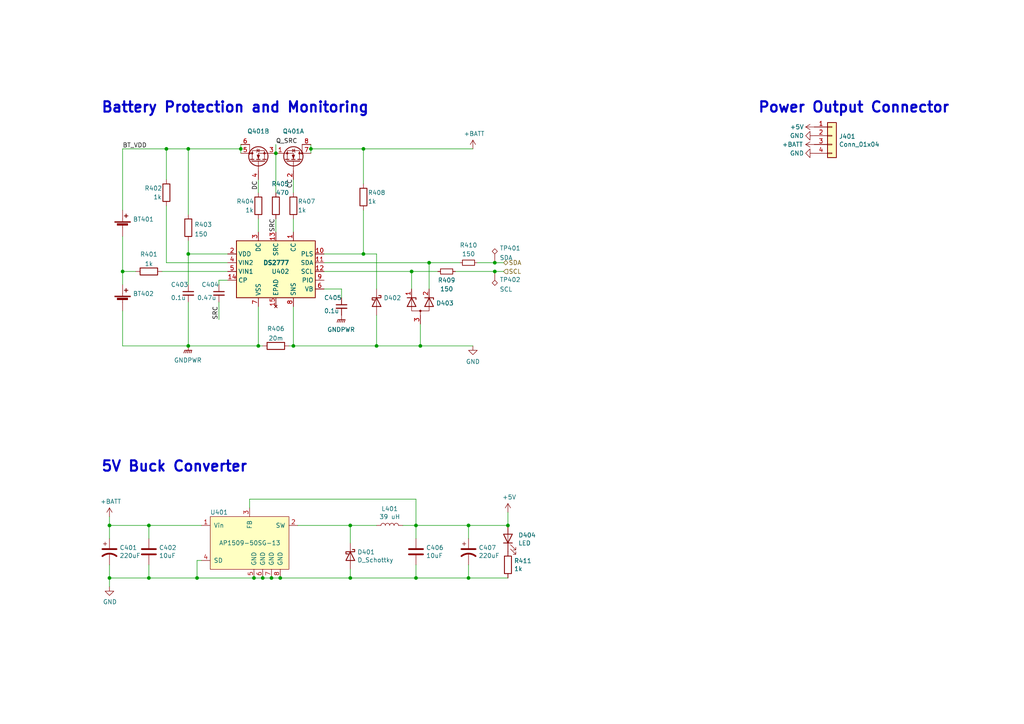
<source format=kicad_sch>
(kicad_sch (version 20211123) (generator eeschema)
  (paper "A4")
  (title_block (title "Atlas Power Board") (date "2022-01-12") (rev "0.2") (comment 4 "Manpreet Singh"))
  (lib_symbols
    (symbol "Connector:TestPoint_Alt" (pin_numbers hide) (pin_names (offset 0.762) hide)
      (property "Reference" "TP" (at 0 6.858 0))
      (property "Value" "TestPoint_Alt" (at 0 5.08 0))
      (symbol "TestPoint_Alt_0_1"
        (polyline (pts (xy 0 2.54) (xy -0.762 3.302) (xy 0 4.064) (xy 0.762 3.302) (xy 0 2.54)))
      )
      (symbol "TestPoint_Alt_1_1"
        (pin passive line (at 0 0 90) (length 2.54) (name "1") (number "1"))
      )
    )
    (symbol "Connector_Generic:Conn_01x04" (pin_names (offset 1.016) hide)
      (property "Reference" "J" (at 0 5.08 0))
      (property "Value" "Conn_01x04" (at 0 -7.62 0))
      (symbol "Conn_01x04_1_1"
        (rectangle (start -1.27 -4.953) (end 0 -5.207) (stroke (width 0.1524)))
        (rectangle (start -1.27 -2.413) (end 0 -2.667) (stroke (width 0.1524)))
        (rectangle (start -1.27 0.127) (end 0 -0.127) (stroke (width 0.1524)))
        (rectangle (start -1.27 2.667) (end 0 2.413) (stroke (width 0.1524)))
        (rectangle (start -1.27 3.81) (end 1.27 -6.35) (stroke (width 0.254)) (fill (type background)))
        (pin passive line (at -5.08 2.54 0) (length 3.81) (name "Pin_1") (number "1"))
        (pin passive line (at -5.08 0 0) (length 3.81) (name "Pin_2") (number "2"))
        (pin passive line (at -5.08 -2.54 0) (length 3.81) (name "Pin_3") (number "3"))
        (pin passive line (at -5.08 -5.08 0) (length 3.81) (name "Pin_4") (number "4"))
      )
    )
    (symbol "Device:Battery_Cell" (pin_numbers hide) (pin_names (offset 0) hide)
      (property "Reference" "BT" (at 2.54 2.54 0))
      (property "Value" "Battery_Cell" (at 2.54 0 0))
      (symbol "Battery_Cell_0_1"
        (rectangle (start -2.286 1.778) (end 2.286 1.524) (fill (type outline)))
        (rectangle (start -1.5748 1.1938) (end 1.4732 0.6858) (fill (type outline)))
        (polyline (pts (xy 0 0.762) (xy 0 0)))
        (polyline (pts (xy 0 1.778) (xy 0 2.54)))
        (polyline (pts (xy 0.508 3.429) (xy 1.524 3.429)) (stroke (width 0.254)))
        (polyline (pts (xy 1.016 3.937) (xy 1.016 2.921)) (stroke (width 0.254)))
      )
      (symbol "Battery_Cell_1_1"
        (pin passive line (at 0 5.08 270) (length 2.54) (name "+") (number "1"))
        (pin passive line (at 0 -2.54 90) (length 2.54) (name "-") (number "2"))
      )
    )
    (symbol "Device:C" (pin_numbers hide) (pin_names (offset 0.254))
      (property "Reference" "C" (at 0.635 2.54 0))
      (property "Value" "C" (at 0.635 -2.54 0))
      (symbol "C_0_1"
        (polyline (pts (xy -2.032 -0.762) (xy 2.032 -0.762)) (stroke (width 0.508)))
        (polyline (pts (xy -2.032 0.762) (xy 2.032 0.762)) (stroke (width 0.508)))
      )
      (symbol "C_1_1"
        (pin passive line (at 0 3.81 270) (length 2.794) (name "~") (number "1"))
        (pin passive line (at 0 -3.81 90) (length 2.794) (name "~") (number "2"))
      )
    )
    (symbol "Device:CP1" (pin_numbers hide) (pin_names (offset 0.254) hide)
      (property "Reference" "C" (at 0.635 2.54 0))
      (property "Value" "Device_CP1" (at 0.635 -2.54 0))
      (symbol "CP1_0_1"
        (polyline (pts (xy -2.032 0.762) (xy 2.032 0.762)) (stroke (width 0.508)))
        (polyline (pts (xy -1.778 2.286) (xy -0.762 2.286)))
        (polyline (pts (xy -1.27 1.778) (xy -1.27 2.794)))
        (arc (start 2.032 -1.27) (mid 0 -0.5572) (end -2.032 -1.27) (stroke (width 0.508)))
      )
      (symbol "CP1_1_1"
        (pin passive line (at 0 3.81 270) (length 2.794) (name "~") (number "1"))
        (pin passive line (at 0 -3.81 90) (length 3.302) (name "~") (number "2"))
      )
    )
    (symbol "Device:C_Small" (pin_numbers hide) (pin_names (offset 0.254) hide)
      (property "Reference" "C" (at 0.254 1.778 0))
      (property "Value" "C_Small" (at 0.254 -2.032 0))
      (symbol "C_Small_0_1"
        (polyline (pts (xy -1.524 -0.508) (xy 1.524 -0.508)) (stroke (width 0.3302)))
        (polyline (pts (xy -1.524 0.508) (xy 1.524 0.508)) (stroke (width 0.3048)))
      )
      (symbol "C_Small_1_1"
        (pin passive line (at 0 2.54 270) (length 2.032) (name "~") (number "1"))
        (pin passive line (at 0 -2.54 90) (length 2.032) (name "~") (number "2"))
      )
    )
    (symbol "Device:D_Schottky" (pin_numbers hide) (pin_names (offset 1.016) hide)
      (property "Reference" "D" (at 0 2.54 0))
      (property "Value" "D_Schottky" (at 0 -2.54 0))
      (symbol "D_Schottky_0_1"
        (polyline (pts (xy 1.27 0) (xy -1.27 0)))
        (polyline (pts (xy 1.27 1.27) (xy 1.27 -1.27) (xy -1.27 0) (xy 1.27 1.27)) (stroke (width 0.254)))
        (polyline (pts (xy -1.905 0.635) (xy -1.905 1.27) (xy -1.27 1.27) (xy -1.27 -1.27) (xy -0.635 -1.27) (xy -0.635 -0.635)) (stroke (width 0.254)))
      )
      (symbol "D_Schottky_1_1"
        (pin passive line (at -3.81 0 0) (length 2.54) (name "K") (number "1"))
        (pin passive line (at 3.81 0 180) (length 2.54) (name "A") (number "2"))
      )
    )
    (symbol "Device:D_Zener_Dual_CommonAnode_KKA_Parallel" (pin_names (offset 0.762) hide)
      (property "Reference" "D" (at 0 5.08 0))
      (property "Value" "D_Zener_Dual_CommonAnode_KKA_Parallel" (at 0 -5.08 0))
      (symbol "D_Zener_Dual_CommonAnode_KKA_Parallel_0_0"
        (polyline (pts (xy 2.032 1.27) (xy 2.54 1.27) (xy 2.54 3.81)) (stroke (width 0.254)))
        (polyline (pts (xy 2.54 -1.27) (xy 2.54 -3.81) (xy 2.032 -3.81)) (stroke (width 0.254)))
      )
      (symbol "D_Zener_Dual_CommonAnode_KKA_Parallel_0_1"
        (circle (center -1.27 0) (radius 0.254) (fill (type outline)))
        (polyline (pts (xy -1.27 0) (xy -2.54 0)))
        (polyline (pts (xy 2.54 2.54) (xy -1.27 2.54) (xy -1.27 -2.54) (xy 2.54 -2.54)))
        (polyline (pts (xy 0 -1.27) (xy 2.54 -2.54) (xy 0 -3.81) (xy 0 -1.27) (xy 0 -1.27) (xy 0 -1.27)) (stroke (width 0.254)))
        (polyline (pts (xy 0 3.81) (xy 2.54 2.54) (xy 0 1.27) (xy 0 3.81) (xy 0 3.81) (xy 0 3.81)) (stroke (width 0.254)))
        (pin passive line (at 5.08 2.54 180) (length 2.54) (name "K") (number "1"))
        (pin passive line (at 5.08 -2.54 180) (length 2.54) (name "K") (number "2"))
        (pin passive line (at -5.08 0 0) (length 2.54) (name "A") (number "3"))
      )
    )
    (symbol "Device:L" (pin_numbers hide) (pin_names (offset 1.016) hide)
      (property "Reference" "L" (at -1.27 0 90))
      (property "Value" "L" (at 1.905 0 90))
      (symbol "L_0_1"
        (arc (start 0 -2.54) (mid 0.635 -1.905) (end 0 -1.27))
        (arc (start 0 -1.27) (mid 0.635 -0.635) (end 0 0))
        (arc (start 0 0) (mid 0.635 0.635) (end 0 1.27))
        (arc (start 0 1.27) (mid 0.635 1.905) (end 0 2.54))
      )
      (symbol "L_1_1"
        (pin passive line (at 0 3.81 270) (length 1.27) (name "1") (number "1"))
        (pin passive line (at 0 -3.81 90) (length 1.27) (name "2") (number "2"))
      )
    )
    (symbol "Device:LED" (pin_numbers hide) (pin_names (offset 1.016) hide)
      (property "Reference" "D" (at 0 2.54 0))
      (property "Value" "LED" (at 0 -2.54 0))
      (symbol "LED_0_1"
        (polyline (pts (xy -1.27 -1.27) (xy -1.27 1.27)) (stroke (width 0.254)))
        (polyline (pts (xy -1.27 0) (xy 1.27 0)))
        (polyline (pts (xy 1.27 -1.27) (xy 1.27 1.27) (xy -1.27 0) (xy 1.27 -1.27)) (stroke (width 0.254)))
        (polyline (pts (xy -3.048 -0.762) (xy -4.572 -2.286) (xy -3.81 -2.286) (xy -4.572 -2.286) (xy -4.572 -1.524)))
        (polyline (pts (xy -1.778 -0.762) (xy -3.302 -2.286) (xy -2.54 -2.286) (xy -3.302 -2.286) (xy -3.302 -1.524)))
      )
      (symbol "LED_1_1"
        (pin passive line (at -3.81 0 0) (length 2.54) (name "K") (number "1"))
        (pin passive line (at 3.81 0 180) (length 2.54) (name "A") (number "2"))
      )
    )
    (symbol "Device:Q_Dual_NMOS_S1G1S2G2D2D2D1D1" (pin_names (offset 0) hide)
      (property "Reference" "Q" (at 5.08 1.27 0))
      (property "Value" "Q_Dual_NMOS_S1G1S2G2D2D2D1D1" (at 5.08 -1.27 0))
      (symbol "Q_Dual_NMOS_S1G1S2G2D2D2D1D1_0_1"
        (polyline (pts (xy 0.254 0) (xy -2.54 0)))
        (polyline (pts (xy 0.254 1.905) (xy 0.254 -1.905)) (stroke (width 0.254)))
        (polyline (pts (xy 0.762 -1.27) (xy 0.762 -2.286)) (stroke (width 0.254)))
        (polyline (pts (xy 0.762 0.508) (xy 0.762 -0.508)) (stroke (width 0.254)))
        (polyline (pts (xy 0.762 2.286) (xy 0.762 1.27)) (stroke (width 0.254)))
        (polyline (pts (xy 2.54 2.54) (xy 2.54 1.778)))
        (polyline (pts (xy 5.08 2.54) (xy 2.54 2.54)))
        (polyline (pts (xy 2.54 -2.54) (xy 2.54 0) (xy 0.762 0)))
        (polyline (pts (xy 0.762 -1.778) (xy 3.302 -1.778) (xy 3.302 1.778) (xy 0.762 1.778)))
        (polyline (pts (xy 1.016 0) (xy 2.032 0.381) (xy 2.032 -0.381) (xy 1.016 0)) (fill (type outline)))
        (polyline (pts (xy 2.794 0.508) (xy 2.921 0.381) (xy 3.683 0.381) (xy 3.81 0.254)))
        (polyline (pts (xy 3.302 0.381) (xy 2.921 -0.254) (xy 3.683 -0.254) (xy 3.302 0.381)))
        (circle (center 1.651 0) (radius 2.794) (stroke (width 0.254)))
        (circle (center 2.54 -1.778) (radius 0.254) (fill (type outline)))
        (circle (center 2.54 1.778) (radius 0.254) (fill (type outline)))
        (circle (center 2.54 2.54) (radius 0.254) (fill (type outline)))
      )
      (symbol "Q_Dual_NMOS_S1G1S2G2D2D2D1D1_1_1"
        (pin passive line (at 2.54 -5.08 90) (length 2.54) (name "S") (number "1"))
        (pin input line (at -5.08 0 0) (length 2.54) (name "G") (number "2"))
        (pin passive line (at 2.54 5.08 270) (length 2.54) (name "D") (number "7"))
        (pin passive line (at 5.08 5.08 270) (length 2.54) (name "D") (number "8"))
      )
      (symbol "Q_Dual_NMOS_S1G1S2G2D2D2D1D1_2_1"
        (pin passive line (at 2.54 -5.08 90) (length 2.54) (name "S") (number "3"))
        (pin input line (at -5.08 0 0) (length 2.54) (name "G") (number "4"))
        (pin passive line (at 2.54 5.08 270) (length 2.54) (name "D") (number "5"))
        (pin passive line (at 5.08 5.08 270) (length 2.54) (name "D") (number "6"))
      )
    )
    (symbol "Device:R" (pin_numbers hide) (pin_names (offset 0))
      (property "Reference" "R" (at 2.032 0 90))
      (property "Value" "R" (at 0 0 90))
      (symbol "R_0_1"
        (rectangle (start -1.016 -2.54) (end 1.016 2.54) (stroke (width 0.254)))
      )
      (symbol "R_1_1"
        (pin passive line (at 0 3.81 270) (length 1.27) (name "~") (number "1"))
        (pin passive line (at 0 -3.81 90) (length 1.27) (name "~") (number "2"))
      )
    )
    (symbol "Device:R_Small" (pin_numbers hide) (pin_names (offset 0.254) hide)
      (property "Reference" "R" (at 0.762 0.508 0))
      (property "Value" "R_Small" (at 0.762 -1.016 0))
      (symbol "R_Small_0_1"
        (rectangle (start -0.762 1.778) (end 0.762 -1.778) (stroke (width 0.2032)))
      )
      (symbol "R_Small_1_1"
        (pin passive line (at 0 2.54 270) (length 0.762) (name "~") (number "1"))
        (pin passive line (at 0 -2.54 90) (length 0.762) (name "~") (number "2"))
      )
    )
    (symbol "SamacSys_Parts:AP1509" (pin_names (offset 1.016))
      (property "Reference" "U" (at 4.826 8.636 0))
      (property "Value" "AP1509" (at -7.366 -9.398 0))
      (symbol "AP1509_0_1"
        (rectangle (start -12.7 7.62) (end 10.16 -7.62) (fill (type background)))
      )
      (symbol "AP1509_1_1"
        (pin input line (at -15.24 5.08 0) (length 2.54) (name "Vin") (number "1"))
        (pin output line (at 12.7 5.08 180) (length 2.54) (name "SW") (number "2"))
        (pin input line (at -1.27 10.16 270) (length 2.54) (name "FB") (number "3"))
        (pin input line (at -15.24 -5.08 0) (length 2.54) (name "SD") (number "4"))
        (pin input line (at 0 -10.16 90) (length 2.54) (name "GND") (number "5"))
        (pin input line (at 2.54 -10.16 90) (length 2.54) (name "GND") (number "6"))
        (pin input line (at 5.08 -10.16 90) (length 2.54) (name "GND") (number "7"))
        (pin input line (at 7.62 -10.16 90) (length 2.54) (name "GND") (number "8"))
      )
    )
    (symbol "SamacSys_Parts:DS2777"
      (property "Reference" "U" (at 0 -3.81 0))
      (property "Value" "DS2777" (at 0 -1.27 0))
      (symbol "DS2777_0_1"
        (rectangle (start -11.43 6.35) (end 11.43 -10.16) (stroke (width 0.254)) (fill (type background)))
      )
      (symbol "DS2777_1_1"
        (pin output line (at 5.08 8.89 270) (length 2.54) (name "CC") (number "1"))
        (pin output line (at 13.97 2.54 180) (length 2.54) (name "PLS") (number "10"))
        (pin bidirectional line (at 13.97 0 180) (length 2.54) (name "SDA") (number "11"))
        (pin input line (at 13.97 -2.54 180) (length 2.54) (name "SCL") (number "12"))
        (pin input line (at 0 8.89 270) (length 2.54) (name "SRC") (number "13"))
        (pin input line (at -13.97 -5.08 0) (length 2.54) (name "CP") (number "14"))
        (pin no_connect line (at 0 -12.7 90) (length 2.54) (name "EPAD") (number "15"))
        (pin input line (at -13.97 2.54 0) (length 2.54) (name "VDD") (number "2"))
        (pin output line (at -5.08 8.89 270) (length 2.54) (name "DC") (number "3"))
        (pin input line (at -13.97 0 0) (length 2.54) (name "VIN2") (number "4"))
        (pin input line (at -13.97 -2.54 0) (length 2.54) (name "VIN1") (number "5"))
        (pin input line (at 13.97 -7.62 180) (length 2.54) (name "VB") (number "6"))
        (pin output line (at -5.08 -12.7 90) (length 2.54) (name "VSS") (number "7"))
        (pin output line (at 5.08 -12.7 90) (length 2.54) (name "SNS") (number "8"))
        (pin bidirectional line (at 13.97 -5.08 180) (length 2.54) (name "PIO") (number "9"))
      )
    )
    (symbol "power:+5V" (power) (pin_names (offset 0))
      (property "Value" "+5V" (at 0 3.556 0))
      (symbol "+5V_0_1"
        (polyline (pts (xy -0.762 1.27) (xy 0 2.54)))
        (polyline (pts (xy 0 0) (xy 0 2.54)))
        (polyline (pts (xy 0 2.54) (xy 0.762 1.27)))
      )
      (symbol "+5V_1_1"
        (pin power_in line (at 0 0 90) (length 0) hide (name "+5V") (number "1"))
      )
    )
    (symbol "power:+BATT" (power) (pin_names (offset 0))
      (property "Value" "+BATT" (at 0 3.556 0))
      (symbol "+BATT_0_1"
        (polyline (pts (xy -0.762 1.27) (xy 0 2.54)))
        (polyline (pts (xy 0 0) (xy 0 2.54)))
        (polyline (pts (xy 0 2.54) (xy 0.762 1.27)))
      )
      (symbol "+BATT_1_1"
        (pin power_in line (at 0 0 90) (length 0) hide (name "+BATT") (number "1"))
      )
    )
    (symbol "power:GND" (power) (pin_names (offset 0))
      (property "Value" "GND" (at 0 -3.81 0))
      (symbol "GND_0_1"
        (polyline (pts (xy 0 0) (xy 0 -1.27) (xy 1.27 -1.27) (xy 0 -2.54) (xy -1.27 -1.27) (xy 0 -1.27)))
      )
      (symbol "GND_1_1"
        (pin power_in line (at 0 0 270) (length 0) hide (name "GND") (number "1"))
      )
    )
    (symbol "power:GNDPWR" (power) (pin_names (offset 0))
      (property "Value" "GNDPWR" (at 0 -3.302 0))
      (symbol "GNDPWR_0_1"
        (polyline (pts (xy 0 -1.27) (xy 0 0)))
        (polyline (pts (xy -1.016 -1.27) (xy -1.27 -2.032) (xy -1.27 -2.032)) (stroke (width 0.2032)))
        (polyline (pts (xy -0.508 -1.27) (xy -0.762 -2.032) (xy -0.762 -2.032)) (stroke (width 0.2032)))
        (polyline (pts (xy 0 -1.27) (xy -0.254 -2.032) (xy -0.254 -2.032)) (stroke (width 0.2032)))
        (polyline (pts (xy 0.508 -1.27) (xy 0.254 -2.032) (xy 0.254 -2.032)) (stroke (width 0.2032)))
        (polyline (pts (xy 1.016 -1.27) (xy -1.016 -1.27) (xy -1.016 -1.27)) (stroke (width 0.2032)))
        (polyline (pts (xy 1.016 -1.27) (xy 0.762 -2.032) (xy 0.762 -2.032) (xy 0.762 -2.032)) (stroke (width 0.2032)))
      )
      (symbol "GNDPWR_1_1"
        (pin power_in line (at 0 0 270) (length 0) hide (name "GNDPWR") (number "1"))
      )
    )
  )
  (junction (at 54.61 100.33))
  (junction (at 121.92 100.33))
  (junction (at 120.65 167.64))
  (junction (at 78.74 167.64))
  (junction (at 48.26 43.18))
  (junction (at 43.18 152.4))
  (junction (at 135.89 167.64))
  (junction (at 105.41 73.66))
  (junction (at 31.75 167.64))
  (junction (at 69.85 43.18))
  (junction (at 120.65 152.4))
  (junction (at 35.56 78.74))
  (junction (at 54.61 43.18))
  (junction (at 135.89 152.4))
  (junction (at 31.75 152.4))
  (junction (at 80.01 44.45))
  (junction (at 143.51 76.2))
  (junction (at 43.18 167.64))
  (junction (at 81.28 167.64))
  (junction (at 147.32 152.4))
  (junction (at 101.6 167.64))
  (junction (at 109.22 100.33))
  (junction (at 54.61 73.66))
  (junction (at 73.66 167.64))
  (junction (at 105.41 43.18))
  (junction (at 76.2 167.64))
  (junction (at 124.46 76.2))
  (junction (at 90.17 43.18))
  (junction (at 57.15 167.64))
  (junction (at 119.38 78.74))
  (junction (at 101.6 152.4))
  (junction (at 143.51 78.74))
  (junction (at 74.93 100.33))
  (junction (at 85.09 100.33))
  (wire (pts (xy 135.89 167.64) (xy 147.32 167.64)))
  (wire (pts (xy 35.56 43.18) (xy 35.56 60.96)))
  (wire (pts (xy 109.22 73.66) (xy 109.22 83.82)))
  (wire (pts (xy 31.75 170.18) (xy 31.75 167.64)))
  (wire (pts (xy 83.82 100.33) (xy 85.09 100.33)))
  (wire (pts (xy 43.18 167.64) (xy 57.15 167.64)))
  (wire (pts (xy 31.75 149.86) (xy 31.75 152.4)))
  (wire (pts (xy 48.26 43.18) (xy 35.56 43.18)))
  (wire (pts (xy 101.6 167.64) (xy 101.6 165.1)))
  (wire (pts (xy 147.32 152.4) (xy 147.32 148.59)))
  (wire (pts (xy 119.38 83.82) (xy 119.38 78.74)))
  (wire (pts (xy 119.38 78.74) (xy 127 78.74)))
  (wire (pts (xy 43.18 152.4) (xy 31.75 152.4)))
  (wire (pts (xy 80.01 44.45) (xy 80.01 55.88)))
  (wire (pts (xy 101.6 152.4) (xy 109.22 152.4)))
  (wire (pts (xy 46.99 78.74) (xy 66.04 78.74)))
  (wire (pts (xy 120.65 156.21) (xy 120.65 152.4)))
  (wire (pts (xy 109.22 91.44) (xy 109.22 100.33)))
  (wire (pts (xy 90.17 43.18) (xy 90.17 44.45)))
  (wire (pts (xy 85.09 100.33) (xy 109.22 100.33)))
  (wire (pts (xy 31.75 167.64) (xy 43.18 167.64)))
  (wire (pts (xy 54.61 100.33) (xy 74.93 100.33)))
  (wire (pts (xy 48.26 43.18) (xy 48.26 52.07)))
  (wire (pts (xy 80.01 41.91) (xy 80.01 44.45)))
  (wire (pts (xy 124.46 76.2) (xy 124.46 83.82)))
  (wire (pts (xy 143.51 78.74) (xy 146.05 78.74)))
  (wire (pts (xy 69.85 41.91) (xy 69.85 43.18)))
  (wire (pts (xy 105.41 73.66) (xy 93.98 73.66)))
  (wire (pts (xy 135.89 156.21) (xy 135.89 152.4)))
  (wire (pts (xy 66.04 81.28) (xy 63.5 81.28)))
  (wire (pts (xy 54.61 73.66) (xy 54.61 69.85)))
  (wire (pts (xy 74.93 52.07) (xy 74.93 55.88)))
  (wire (pts (xy 43.18 152.4) (xy 58.42 152.4)))
  (wire (pts (xy 105.41 73.66) (xy 109.22 73.66)))
  (wire (pts (xy 43.18 156.21) (xy 43.18 152.4)))
  (wire (pts (xy 101.6 152.4) (xy 101.6 157.48)))
  (wire (pts (xy 85.09 63.5) (xy 85.09 67.31)))
  (wire (pts (xy 116.84 152.4) (xy 120.65 152.4)))
  (wire (pts (xy 69.85 43.18) (xy 54.61 43.18)))
  (wire (pts (xy 54.61 73.66) (xy 54.61 82.55)))
  (wire (pts (xy 90.17 43.18) (xy 105.41 43.18)))
  (wire (pts (xy 43.18 163.83) (xy 43.18 167.64)))
  (wire (pts (xy 72.39 147.32) (xy 72.39 144.78)))
  (wire (pts (xy 143.51 76.2) (xy 146.05 76.2)))
  (wire (pts (xy 74.93 63.5) (xy 74.93 67.31)))
  (wire (pts (xy 132.08 78.74) (xy 143.51 78.74)))
  (wire (pts (xy 63.5 87.63) (xy 63.5 92.71)))
  (wire (pts (xy 85.09 52.07) (xy 85.09 55.88)))
  (wire (pts (xy 93.98 76.2) (xy 124.46 76.2)))
  (wire (pts (xy 74.93 100.33) (xy 76.2 100.33)))
  (wire (pts (xy 54.61 73.66) (xy 66.04 73.66)))
  (wire (pts (xy 109.22 100.33) (xy 121.92 100.33)))
  (wire (pts (xy 35.56 78.74) (xy 35.56 82.55)))
  (wire (pts (xy 81.28 167.64) (xy 78.74 167.64)))
  (wire (pts (xy 63.5 81.28) (xy 63.5 82.55)))
  (wire (pts (xy 93.98 78.74) (xy 119.38 78.74)))
  (wire (pts (xy 48.26 59.69) (xy 48.26 76.2)))
  (wire (pts (xy 120.65 163.83) (xy 120.65 167.64)))
  (wire (pts (xy 35.56 78.74) (xy 39.37 78.74)))
  (wire (pts (xy 105.41 60.96) (xy 105.41 73.66)))
  (wire (pts (xy 85.09 88.9) (xy 85.09 100.33)))
  (wire (pts (xy 81.28 167.64) (xy 101.6 167.64)))
  (wire (pts (xy 35.56 100.33) (xy 54.61 100.33)))
  (wire (pts (xy 120.65 167.64) (xy 135.89 167.64)))
  (wire (pts (xy 31.75 163.83) (xy 31.75 167.64)))
  (wire (pts (xy 138.43 76.2) (xy 143.51 76.2)))
  (wire (pts (xy 69.85 43.18) (xy 69.85 44.45)))
  (wire (pts (xy 86.36 152.4) (xy 101.6 152.4)))
  (wire (pts (xy 72.39 144.78) (xy 120.65 144.78)))
  (wire (pts (xy 73.66 167.64) (xy 76.2 167.64)))
  (wire (pts (xy 124.46 76.2) (xy 133.35 76.2)))
  (wire (pts (xy 58.42 162.56) (xy 57.15 162.56)))
  (wire (pts (xy 54.61 43.18) (xy 48.26 43.18)))
  (wire (pts (xy 121.92 93.98) (xy 121.92 100.33)))
  (wire (pts (xy 99.06 83.82) (xy 99.06 86.36)))
  (wire (pts (xy 135.89 163.83) (xy 135.89 167.64)))
  (wire (pts (xy 57.15 167.64) (xy 73.66 167.64)))
  (wire (pts (xy 54.61 43.18) (xy 54.61 62.23)))
  (wire (pts (xy 105.41 43.18) (xy 105.41 53.34)))
  (wire (pts (xy 93.98 83.82) (xy 99.06 83.82)))
  (wire (pts (xy 120.65 144.78) (xy 120.65 152.4)))
  (wire (pts (xy 80.01 63.5) (xy 80.01 67.31)))
  (wire (pts (xy 57.15 162.56) (xy 57.15 167.64)))
  (wire (pts (xy 121.92 100.33) (xy 137.16 100.33)))
  (wire (pts (xy 90.17 41.91) (xy 90.17 43.18)))
  (wire (pts (xy 48.26 76.2) (xy 66.04 76.2)))
  (wire (pts (xy 120.65 152.4) (xy 135.89 152.4)))
  (wire (pts (xy 101.6 167.64) (xy 120.65 167.64)))
  (wire (pts (xy 74.93 88.9) (xy 74.93 100.33)))
  (wire (pts (xy 35.56 68.58) (xy 35.56 78.74)))
  (wire (pts (xy 105.41 43.18) (xy 137.16 43.18)))
  (wire (pts (xy 31.75 152.4) (xy 31.75 156.21)))
  (wire (pts (xy 35.56 90.17) (xy 35.56 100.33)))
  (wire (pts (xy 78.74 167.64) (xy 76.2 167.64)))
  (wire (pts (xy 54.61 87.63) (xy 54.61 100.33)))
  (wire (pts (xy 135.89 152.4) (xy 147.32 152.4)))
  (text "5V Buck Converter" (at 29.21 137.16 0) (effects (font (size 2.9972 2.9972) (thickness 0.5994) bold) (justify left bottom)))
  (text "Battery Protection and Monitoring" (at 29.21 33.02 0) (effects (font (size 2.9972 2.9972) (thickness 0.5994) bold) (justify left bottom)))
  (text "Power Output Connector" (at 219.71 33.02 0) (effects (font (size 2.9972 2.9972) (thickness 0.5994) bold) (justify left bottom)))
  (label "SRC" (at 63.5 92.71 90))
  (label "SRC" (at 80.01 67.31 90))
  (label "CC" (at 85.09 54.61 90))
  (label "Q_SRC" (at 80.01 41.91 0))
  (label "DC" (at 74.93 55.118 90))
  (label "BT_VDD" (at 35.56 43.18 0))
  (hierarchical_label "SDA" (shape bidirectional) (at 146.05 76.2 0))
  (hierarchical_label "SCL" (shape input) (at 146.05 78.74 0))
  (symbol (lib_id "Device:Battery_Cell") (at 35.56 66.04 0) (unit 1)
    (property "Reference" "BT401" (at 38.5572 63.6016 0) (effects (justify left)))
    (property "Value" "Battery_Cell" (effects hide))
    (property "Footprint" "Battery:BatteryHolder_Keystone_1042_1x18650" (effects hide))
  )
  (symbol (lib_id "Device:Battery_Cell") (at 35.56 87.63 0) (unit 1)
    (property "Reference" "BT402" (at 38.5572 85.1916 0) (effects (justify left)))
    (property "Value" "Battery_Cell" (effects hide))
    (property "Footprint" "Battery:BatteryHolder_Keystone_1042_1x18650" (effects hide))
  )
  (symbol (lib_id "power:+BATT") (at 137.16 43.18 0) (unit 1)
    (property "Reference" "#PWR0405" (effects hide))
    (property "Value" "+BATT" (at 137.541 38.7858 0))
  )
  (symbol (lib_id "power:+5V") (at 236.22 36.83 90) (unit 1)
    (property "Reference" "#PWR0411" (effects hide))
    (property "Value" "+5V" (at 231.14 36.83 90))
  )
  (symbol (lib_id "power:GND") (at 236.22 39.37 270) (unit 1)
    (property "Reference" "#PWR0412" (effects hide))
    (property "Value" "GND" (at 231.14 39.37 90))
  )
  (symbol (lib_id "Connector_Generic:Conn_01x04") (at 241.3 39.37 0) (unit 1)
    (property "Reference" "J401" (at 243.332 39.5732 0) (effects (justify left)))
    (property "Value" "Conn_01x04" (at 243.332 41.8846 0) (effects (justify left)))
    (property "Footprint" "Connector_JST:JST_PH_B4B-PH-K_1x04_P2.00mm_Vertical" (effects hide))
  )
  (symbol (lib_id "power:+BATT") (at 236.22 41.91 90) (unit 1)
    (property "Reference" "#PWR0413" (effects hide))
    (property "Value" "+BATT" (at 229.87 41.91 90))
  )
  (symbol (lib_id "power:GND") (at 236.22 44.45 270) (unit 1)
    (property "Reference" "#PWR0414" (effects hide))
    (property "Value" "GND" (at 231.14 44.45 90))
  )
  (symbol (lib_id "Device:D_Schottky") (at 101.6 161.29 270) (unit 1)
    (property "Reference" "D401" (at 103.632 160.1216 90) (effects (justify left)))
    (property "Value" "D_Schottky" (at 103.632 162.433 90) (effects (justify left)))
    (property "Footprint" "Diode_SMD:D_SOD-128" (effects hide))
    (property "Digikey Part #" "846-RB050LAM-30CT-ND" (effects hide))
  )
  (symbol (lib_id "Device:L") (at 113.03 152.4 90) (unit 1)
    (property "Reference" "L401" (at 113.03 147.574 90))
    (property "Value" "39 uH" (at 113.03 149.8854 90))
    (property "Footprint" "SamacSys_Parts:CDRH127" (effects hide))
    (property "Digikey Part #" "308-1335-1-ND" (effects hide))
  )
  (symbol (lib_id "Device:C") (at 120.65 160.02 0) (unit 1)
    (property "Reference" "C406" (at 123.571 158.8516 0) (effects (justify left)))
    (property "Value" "10uF" (at 123.571 161.163 0) (effects (justify left)))
    (property "Footprint" "Capacitor_SMD:C_0805_2012Metric" (effects hide))
    (property "Digikey Part #" "399-11939-1-ND" (effects hide))
  )
  (symbol (lib_id "Device:C") (at 43.18 160.02 0) (unit 1)
    (property "Reference" "C402" (at 46.101 158.8516 0) (effects (justify left)))
    (property "Value" "10uF" (at 46.101 161.163 0) (effects (justify left)))
    (property "Footprint" "Capacitor_SMD:C_0805_2012Metric" (effects hide))
    (property "Digikey Part #" "399-11939-1-ND" (effects hide))
  )
  (symbol (lib_id "Device:CP1") (at 31.75 160.02 0) (unit 1)
    (property "Reference" "C401" (at 34.671 158.8516 0) (effects (justify left)))
    (property "Value" "220uF" (at 34.671 161.163 0) (effects (justify left)))
    (property "Footprint" "Capacitor_THT:CP_Radial_D5.0mm_P2.50mm" (effects hide))
  )
  (symbol (lib_id "SamacSys_Parts:AP1509") (at 73.66 157.48 0) (unit 1)
    (property "Reference" "U401" (at 60.96 148.59 0) (effects (justify left)))
    (property "Value" "AP1509-50SG-13" (at 63.5 157.48 0) (effects (justify left)))
    (property "Footprint" "Package_SO:SO-8_3.9x4.9mm_P1.27mm" (effects hide))
    (property "Digikey Part #" "AP1509-50SGDICT-ND - Cut Tape (CT)" (effects hide))
  )
  (symbol (lib_id "Device:LED") (at 147.32 156.21 90) (unit 1)
    (property "Reference" "D404" (at 150.3172 155.2194 90) (effects (justify right)))
    (property "Value" "LED" (at 150.3172 157.5308 90) (effects (justify right)))
    (property "Footprint" "LED_SMD:LED_0805_2012Metric" (effects hide))
    (property "Digikey Part #" "67-1553-1-ND" (effects hide))
  )
  (symbol (lib_id "Device:R") (at 147.32 163.83 0) (unit 1)
    (property "Reference" "R411" (at 149.098 162.6616 0) (effects (justify left)))
    (property "Value" "1k" (at 149.098 164.973 0) (effects (justify left)))
    (property "Footprint" "Resistor_SMD:R_0805_2012Metric" (effects hide))
    (property "Digikey Part #" "RMCF0805FT1K00CT-ND" (effects hide))
  )
  (symbol (lib_id "power:+BATT") (at 31.75 149.86 0) (unit 1)
    (property "Reference" "#PWR0401" (effects hide))
    (property "Value" "+BATT" (at 32.131 145.4658 0))
  )
  (symbol (lib_id "power:GND") (at 31.75 170.18 0) (unit 1)
    (property "Reference" "#PWR0402" (effects hide))
    (property "Value" "GND" (at 31.877 174.5742 0))
  )
  (symbol (lib_id "Device:CP1") (at 135.89 160.02 0) (unit 1)
    (property "Reference" "C407" (at 138.811 158.8516 0) (effects (justify left)))
    (property "Value" "220uF" (at 138.811 161.163 0) (effects (justify left)))
    (property "Footprint" "Capacitor_THT:CP_Radial_D5.0mm_P2.50mm" (effects hide))
  )
  (symbol (lib_id "power:+5V") (at 147.32 148.59 0) (unit 1)
    (property "Reference" "#PWR0407" (effects hide))
    (property "Value" "+5V" (at 147.701 144.1958 0))
  )
  (symbol (lib_id "power:GNDPWR") (at 54.61 100.33 0) (unit 1)
    (property "Reference" "#PWR0403" (effects hide))
    (property "Value" "GNDPWR" (at 54.483 104.4861 0))
  )
  (symbol (lib_id "Device:R") (at 105.41 57.15 0) (unit 1)
    (property "Reference" "R408" (at 106.68 55.88 0) (effects (justify left)))
    (property "Value" "1k" (at 106.68 58.42 0) (effects (justify left)))
    (property "Footprint" "Resistor_SMD:R_0805_2012Metric" (effects hide))
  )
  (symbol (lib_id "Device:R") (at 48.26 55.88 0) (unit 1)
    (property "Reference" "R402" (at 41.91 54.61 0) (effects (justify left)))
    (property "Value" "1k" (at 44.45 57.15 0) (effects (justify left)))
    (property "Footprint" "Resistor_SMD:R_0805_2012Metric" (effects hide))
  )
  (symbol (lib_id "Device:D_Zener_Dual_CommonAnode_KKA_Parallel") (at 121.92 88.9 90) (unit 1)
    (property "Reference" "D403" (at 126.492 87.928 90) (effects (justify right)))
    (property "Value" "D_Zener_Dual_CommonAnode_KKA_Parallel" (effects hide))
    (property "Footprint" "Package_TO_SOT_SMD:TSOT-23_HandSoldering" (effects hide))
  )
  (symbol (lib_id "SamacSys_Parts:DS2777") (at 80.01 76.2 0) (unit 1)
    (property "Reference" "U402" (at 78.74 78.74 0) (effects (justify left)))
    (property "Value" "DS2777" (at 76.2 76.2 0) (effects (font bold) (justify left)))
    (property "Footprint" "SamacSys_Parts:DS2777G+" (effects hide))
  )
  (symbol (lib_id "Device:R") (at 43.18 78.74 90) (unit 1)
    (property "Reference" "R401" (at 43.18 73.7575 90))
    (property "Value" "1k" (at 43.18 76.5326 90))
    (property "Footprint" "Resistor_SMD:R_0805_2012Metric" (effects hide))
  )
  (symbol (lib_id "Device:Q_Dual_NMOS_S1G1S2G2D2D2D1D1") (at 85.09 46.99 270) (mirror x) (unit 1)
    (property "Reference" "Q401" (at 85.09 38.0705 90))
    (property "Value" "Q_Dual_NMOS_S1G1S2G2D2D2D1D1" (effects hide))
    (property "Footprint" "Package_SO:SOIC-8_3.9x4.9mm_P1.27mm" (effects hide))
  )
  (symbol (lib_id "power:GNDPWR") (at 99.06 91.44 0) (unit 1)
    (property "Reference" "#PWR0404" (effects hide))
    (property "Value" "GNDPWR" (at 98.933 95.5961 0))
  )
  (symbol (lib_id "Device:D_Schottky") (at 109.22 87.63 270) (unit 1)
    (property "Reference" "D402" (at 111.252 86.404 90) (effects (justify left)))
    (property "Value" "D_Schottky" (effects hide))
    (property "Footprint" "Diode_SMD:D_SOD-128" (effects hide))
  )
  (symbol (lib_id "power:GND") (at 137.16 100.33 0) (unit 1)
    (property "Reference" "#PWR0406" (effects hide))
    (property "Value" "GND" (at 137.16 104.8925 0))
  )
  (symbol (lib_id "Device:R") (at 80.01 100.33 90) (unit 1)
    (property "Reference" "R406" (at 80.01 95.3475 90))
    (property "Value" "20m" (at 80.01 98.1226 90))
    (property "Footprint" "Resistor_SMD:R_1206_3216Metric_Pad1.30x1.75mm_HandSolder" (effects hide))
  )
  (symbol (lib_id "Device:C_Small") (at 99.06 88.9 0) (unit 1)
    (property "Reference" "C405" (at 93.98 86.36 0) (effects (justify left)))
    (property "Value" "0.1u" (at 93.98 90.17 0) (effects (justify left)))
    (property "Footprint" "Capacitor_SMD:C_0805_2012Metric" (effects hide))
  )
  (symbol (lib_id "Device:R_Small") (at 129.54 78.74 90) (unit 1)
    (property "Reference" "R409" (at 129.54 81.28 90))
    (property "Value" "150" (at 129.54 83.82 90))
    (property "Footprint" "Resistor_SMD:R_0805_2012Metric" (effects hide))
  )
  (symbol (lib_id "Device:C_Small") (at 54.61 85.09 0) (unit 1)
    (property "Reference" "C403" (at 49.53 82.55 0) (effects (justify left)))
    (property "Value" "0.1u" (at 49.53 86.36 0) (effects (justify left)))
    (property "Footprint" "Capacitor_SMD:C_0805_2012Metric" (effects hide))
  )
  (symbol (lib_id "Connector:TestPoint_Alt") (at 143.51 78.74 180) (unit 1)
    (property "Reference" "TP402" (at 144.907 81.1335 0) (effects (justify right)))
    (property "Value" "SCL" (at 144.907 83.9086 0) (effects (justify right)))
    (property "Footprint" "TestPoint:TestPoint_Pad_D1.5mm" (effects hide))
  )
  (symbol (lib_id "Device:Q_Dual_NMOS_S1G1S2G2D2D2D1D1") (at 74.93 46.99 90) (unit 2)
    (property "Reference" "Q401" (at 74.93 38.0705 90))
    (property "Value" "Q_Dual_NMOS_S1G1S2G2D2D2D1D1" (effects hide))
    (property "Footprint" "Package_SO:SOIC-8_3.9x4.9mm_P1.27mm" (effects hide))
  )
  (symbol (lib_id "Connector:TestPoint_Alt") (at 143.51 76.2 0) (unit 1)
    (property "Reference" "TP401" (at 144.907 71.9895 0) (effects (justify left)))
    (property "Value" "SDA" (at 144.907 74.7646 0) (effects (justify left)))
    (property "Footprint" "TestPoint:TestPoint_Pad_1.5x1.5mm" (effects hide))
  )
  (symbol (lib_id "Device:C_Small") (at 63.5 85.09 0) (unit 1)
    (property "Reference" "C404" (at 58.42 82.55 0) (effects (justify left)))
    (property "Value" "0.47u" (at 57.15 86.36 0) (effects (justify left)))
    (property "Footprint" "Capacitor_SMD:C_0805_2012Metric" (effects hide))
  )
  (symbol (lib_id "Device:R") (at 85.09 59.69 0) (unit 1)
    (property "Reference" "R407" (at 86.36 58.42 0) (effects (justify left)))
    (property "Value" "1k" (at 86.36 60.96 0) (effects (justify left)))
    (property "Footprint" "Resistor_SMD:R_0805_2012Metric" (effects hide))
  )
  (symbol (lib_id "Device:R") (at 80.01 59.69 0) (unit 1)
    (property "Reference" "R405" (at 78.74 53.34 0) (effects (justify left)))
    (property "Value" "470" (at 80.01 55.88 0) (effects (justify left)))
    (property "Footprint" "Resistor_SMD:R_0805_2012Metric" (effects hide))
  )
  (symbol (lib_id "Device:R") (at 54.61 66.04 0) (unit 1)
    (property "Reference" "R403" (at 56.388 65.1315 0) (effects (justify left)))
    (property "Value" "150" (at 56.388 67.9066 0) (effects (justify left)))
    (property "Footprint" "Resistor_SMD:R_0805_2012Metric" (effects hide))
  )
  (symbol (lib_id "Device:R") (at 74.93 59.69 0) (unit 1)
    (property "Reference" "R404" (at 68.58 58.42 0) (effects (justify left)))
    (property "Value" "1k" (at 71.12 60.96 0) (effects (justify left)))
    (property "Footprint" "Resistor_SMD:R_0805_2012Metric" (effects hide))
  )
  (symbol (lib_id "Device:R_Small") (at 135.89 76.2 90) (unit 1)
    (property "Reference" "R410" (at 135.89 71.12 90))
    (property "Value" "150" (at 135.89 73.66 90))
    (property "Footprint" "Resistor_SMD:R_0805_2012Metric" (effects hide))
  )
)
</source>
